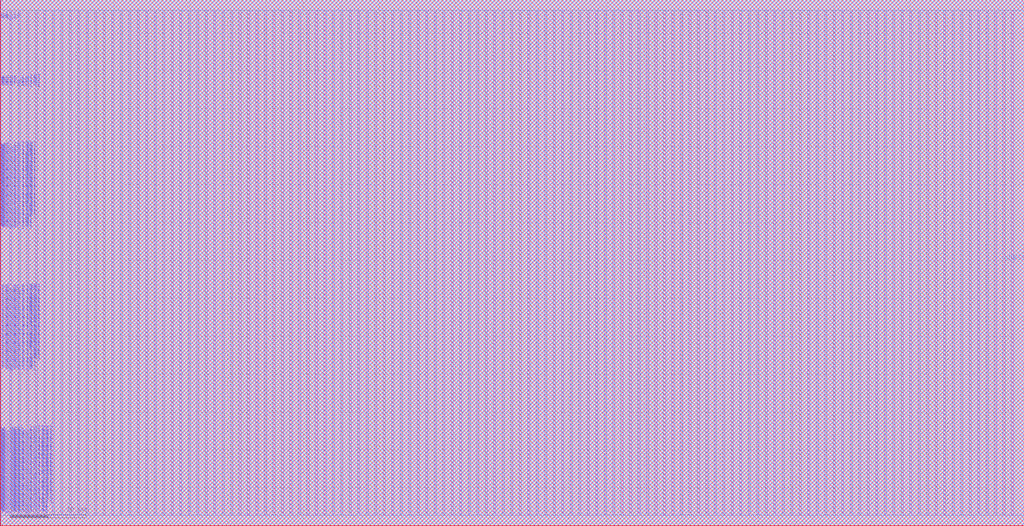
<source format=lef>
VERSION 5.7 ;
BUSBITCHARS "[]" ;
MACRO fakeram65_128x78
  FOREIGN fakeram65_128x78 0 0 ;
  SYMMETRY X Y R90 ;
  SIZE 135.100 BY 69.400 ;
  CLASS BLOCK ;
  PIN w_mask_in[0]
    DIRECTION INPUT ;
    USE SIGNAL ;
    SHAPE ABUTMENT ;
    PORT
      LAYER M3 ;
      RECT 0.000 1.365 0.070 1.435 ;
    END
  END w_mask_in[0]
  PIN w_mask_in[1]
    DIRECTION INPUT ;
    USE SIGNAL ;
    SHAPE ABUTMENT ;
    PORT
      LAYER M3 ;
      RECT 0.000 1.505 0.070 1.575 ;
    END
  END w_mask_in[1]
  PIN w_mask_in[2]
    DIRECTION INPUT ;
    USE SIGNAL ;
    SHAPE ABUTMENT ;
    PORT
      LAYER M3 ;
      RECT 0.000 1.645 0.070 1.715 ;
    END
  END w_mask_in[2]
  PIN w_mask_in[3]
    DIRECTION INPUT ;
    USE SIGNAL ;
    SHAPE ABUTMENT ;
    PORT
      LAYER M3 ;
      RECT 0.000 1.785 0.070 1.855 ;
    END
  END w_mask_in[3]
  PIN w_mask_in[4]
    DIRECTION INPUT ;
    USE SIGNAL ;
    SHAPE ABUTMENT ;
    PORT
      LAYER M3 ;
      RECT 0.000 1.925 0.070 1.995 ;
    END
  END w_mask_in[4]
  PIN w_mask_in[5]
    DIRECTION INPUT ;
    USE SIGNAL ;
    SHAPE ABUTMENT ;
    PORT
      LAYER M3 ;
      RECT 0.000 2.065 0.070 2.135 ;
    END
  END w_mask_in[5]
  PIN w_mask_in[6]
    DIRECTION INPUT ;
    USE SIGNAL ;
    SHAPE ABUTMENT ;
    PORT
      LAYER M3 ;
      RECT 0.000 2.205 0.070 2.275 ;
    END
  END w_mask_in[6]
  PIN w_mask_in[7]
    DIRECTION INPUT ;
    USE SIGNAL ;
    SHAPE ABUTMENT ;
    PORT
      LAYER M3 ;
      RECT 0.000 2.345 0.070 2.415 ;
    END
  END w_mask_in[7]
  PIN w_mask_in[8]
    DIRECTION INPUT ;
    USE SIGNAL ;
    SHAPE ABUTMENT ;
    PORT
      LAYER M3 ;
      RECT 0.000 2.485 0.070 2.555 ;
    END
  END w_mask_in[8]
  PIN w_mask_in[9]
    DIRECTION INPUT ;
    USE SIGNAL ;
    SHAPE ABUTMENT ;
    PORT
      LAYER M3 ;
      RECT 0.000 2.625 0.070 2.695 ;
    END
  END w_mask_in[9]
  PIN w_mask_in[10]
    DIRECTION INPUT ;
    USE SIGNAL ;
    SHAPE ABUTMENT ;
    PORT
      LAYER M3 ;
      RECT 0.000 2.765 0.070 2.835 ;
    END
  END w_mask_in[10]
  PIN w_mask_in[11]
    DIRECTION INPUT ;
    USE SIGNAL ;
    SHAPE ABUTMENT ;
    PORT
      LAYER M3 ;
      RECT 0.000 2.905 0.070 2.975 ;
    END
  END w_mask_in[11]
  PIN w_mask_in[12]
    DIRECTION INPUT ;
    USE SIGNAL ;
    SHAPE ABUTMENT ;
    PORT
      LAYER M3 ;
      RECT 0.000 3.045 0.070 3.115 ;
    END
  END w_mask_in[12]
  PIN w_mask_in[13]
    DIRECTION INPUT ;
    USE SIGNAL ;
    SHAPE ABUTMENT ;
    PORT
      LAYER M3 ;
      RECT 0.000 3.185 0.070 3.255 ;
    END
  END w_mask_in[13]
  PIN w_mask_in[14]
    DIRECTION INPUT ;
    USE SIGNAL ;
    SHAPE ABUTMENT ;
    PORT
      LAYER M3 ;
      RECT 0.000 3.325 0.070 3.395 ;
    END
  END w_mask_in[14]
  PIN w_mask_in[15]
    DIRECTION INPUT ;
    USE SIGNAL ;
    SHAPE ABUTMENT ;
    PORT
      LAYER M3 ;
      RECT 0.000 3.465 0.070 3.535 ;
    END
  END w_mask_in[15]
  PIN w_mask_in[16]
    DIRECTION INPUT ;
    USE SIGNAL ;
    SHAPE ABUTMENT ;
    PORT
      LAYER M3 ;
      RECT 0.000 3.605 0.070 3.675 ;
    END
  END w_mask_in[16]
  PIN w_mask_in[17]
    DIRECTION INPUT ;
    USE SIGNAL ;
    SHAPE ABUTMENT ;
    PORT
      LAYER M3 ;
      RECT 0.000 3.745 0.070 3.815 ;
    END
  END w_mask_in[17]
  PIN w_mask_in[18]
    DIRECTION INPUT ;
    USE SIGNAL ;
    SHAPE ABUTMENT ;
    PORT
      LAYER M3 ;
      RECT 0.000 3.885 0.070 3.955 ;
    END
  END w_mask_in[18]
  PIN w_mask_in[19]
    DIRECTION INPUT ;
    USE SIGNAL ;
    SHAPE ABUTMENT ;
    PORT
      LAYER M3 ;
      RECT 0.000 4.025 0.070 4.095 ;
    END
  END w_mask_in[19]
  PIN w_mask_in[20]
    DIRECTION INPUT ;
    USE SIGNAL ;
    SHAPE ABUTMENT ;
    PORT
      LAYER M3 ;
      RECT 0.000 4.165 0.070 4.235 ;
    END
  END w_mask_in[20]
  PIN w_mask_in[21]
    DIRECTION INPUT ;
    USE SIGNAL ;
    SHAPE ABUTMENT ;
    PORT
      LAYER M3 ;
      RECT 0.000 4.305 0.070 4.375 ;
    END
  END w_mask_in[21]
  PIN w_mask_in[22]
    DIRECTION INPUT ;
    USE SIGNAL ;
    SHAPE ABUTMENT ;
    PORT
      LAYER M3 ;
      RECT 0.000 4.445 0.070 4.515 ;
    END
  END w_mask_in[22]
  PIN w_mask_in[23]
    DIRECTION INPUT ;
    USE SIGNAL ;
    SHAPE ABUTMENT ;
    PORT
      LAYER M3 ;
      RECT 0.000 4.585 0.070 4.655 ;
    END
  END w_mask_in[23]
  PIN w_mask_in[24]
    DIRECTION INPUT ;
    USE SIGNAL ;
    SHAPE ABUTMENT ;
    PORT
      LAYER M3 ;
      RECT 0.000 4.725 0.070 4.795 ;
    END
  END w_mask_in[24]
  PIN w_mask_in[25]
    DIRECTION INPUT ;
    USE SIGNAL ;
    SHAPE ABUTMENT ;
    PORT
      LAYER M3 ;
      RECT 0.000 4.865 0.070 4.935 ;
    END
  END w_mask_in[25]
  PIN w_mask_in[26]
    DIRECTION INPUT ;
    USE SIGNAL ;
    SHAPE ABUTMENT ;
    PORT
      LAYER M3 ;
      RECT 0.000 5.005 0.070 5.075 ;
    END
  END w_mask_in[26]
  PIN w_mask_in[27]
    DIRECTION INPUT ;
    USE SIGNAL ;
    SHAPE ABUTMENT ;
    PORT
      LAYER M3 ;
      RECT 0.000 5.145 0.070 5.215 ;
    END
  END w_mask_in[27]
  PIN w_mask_in[28]
    DIRECTION INPUT ;
    USE SIGNAL ;
    SHAPE ABUTMENT ;
    PORT
      LAYER M3 ;
      RECT 0.000 5.285 0.070 5.355 ;
    END
  END w_mask_in[28]
  PIN w_mask_in[29]
    DIRECTION INPUT ;
    USE SIGNAL ;
    SHAPE ABUTMENT ;
    PORT
      LAYER M3 ;
      RECT 0.000 5.425 0.070 5.495 ;
    END
  END w_mask_in[29]
  PIN w_mask_in[30]
    DIRECTION INPUT ;
    USE SIGNAL ;
    SHAPE ABUTMENT ;
    PORT
      LAYER M3 ;
      RECT 0.000 5.565 0.070 5.635 ;
    END
  END w_mask_in[30]
  PIN w_mask_in[31]
    DIRECTION INPUT ;
    USE SIGNAL ;
    SHAPE ABUTMENT ;
    PORT
      LAYER M3 ;
      RECT 0.000 5.705 0.070 5.775 ;
    END
  END w_mask_in[31]
  PIN w_mask_in[32]
    DIRECTION INPUT ;
    USE SIGNAL ;
    SHAPE ABUTMENT ;
    PORT
      LAYER M3 ;
      RECT 0.000 5.845 0.070 5.915 ;
    END
  END w_mask_in[32]
  PIN w_mask_in[33]
    DIRECTION INPUT ;
    USE SIGNAL ;
    SHAPE ABUTMENT ;
    PORT
      LAYER M3 ;
      RECT 0.000 5.985 0.070 6.055 ;
    END
  END w_mask_in[33]
  PIN w_mask_in[34]
    DIRECTION INPUT ;
    USE SIGNAL ;
    SHAPE ABUTMENT ;
    PORT
      LAYER M3 ;
      RECT 0.000 6.125 0.070 6.195 ;
    END
  END w_mask_in[34]
  PIN w_mask_in[35]
    DIRECTION INPUT ;
    USE SIGNAL ;
    SHAPE ABUTMENT ;
    PORT
      LAYER M3 ;
      RECT 0.000 6.265 0.070 6.335 ;
    END
  END w_mask_in[35]
  PIN w_mask_in[36]
    DIRECTION INPUT ;
    USE SIGNAL ;
    SHAPE ABUTMENT ;
    PORT
      LAYER M3 ;
      RECT 0.000 6.405 0.070 6.475 ;
    END
  END w_mask_in[36]
  PIN w_mask_in[37]
    DIRECTION INPUT ;
    USE SIGNAL ;
    SHAPE ABUTMENT ;
    PORT
      LAYER M3 ;
      RECT 0.000 6.545 0.070 6.615 ;
    END
  END w_mask_in[37]
  PIN w_mask_in[38]
    DIRECTION INPUT ;
    USE SIGNAL ;
    SHAPE ABUTMENT ;
    PORT
      LAYER M3 ;
      RECT 0.000 6.685 0.070 6.755 ;
    END
  END w_mask_in[38]
  PIN w_mask_in[39]
    DIRECTION INPUT ;
    USE SIGNAL ;
    SHAPE ABUTMENT ;
    PORT
      LAYER M3 ;
      RECT 0.000 6.825 0.070 6.895 ;
    END
  END w_mask_in[39]
  PIN w_mask_in[40]
    DIRECTION INPUT ;
    USE SIGNAL ;
    SHAPE ABUTMENT ;
    PORT
      LAYER M3 ;
      RECT 0.000 6.965 0.070 7.035 ;
    END
  END w_mask_in[40]
  PIN w_mask_in[41]
    DIRECTION INPUT ;
    USE SIGNAL ;
    SHAPE ABUTMENT ;
    PORT
      LAYER M3 ;
      RECT 0.000 7.105 0.070 7.175 ;
    END
  END w_mask_in[41]
  PIN w_mask_in[42]
    DIRECTION INPUT ;
    USE SIGNAL ;
    SHAPE ABUTMENT ;
    PORT
      LAYER M3 ;
      RECT 0.000 7.245 0.070 7.315 ;
    END
  END w_mask_in[42]
  PIN w_mask_in[43]
    DIRECTION INPUT ;
    USE SIGNAL ;
    SHAPE ABUTMENT ;
    PORT
      LAYER M3 ;
      RECT 0.000 7.385 0.070 7.455 ;
    END
  END w_mask_in[43]
  PIN w_mask_in[44]
    DIRECTION INPUT ;
    USE SIGNAL ;
    SHAPE ABUTMENT ;
    PORT
      LAYER M3 ;
      RECT 0.000 7.525 0.070 7.595 ;
    END
  END w_mask_in[44]
  PIN w_mask_in[45]
    DIRECTION INPUT ;
    USE SIGNAL ;
    SHAPE ABUTMENT ;
    PORT
      LAYER M3 ;
      RECT 0.000 7.665 0.070 7.735 ;
    END
  END w_mask_in[45]
  PIN w_mask_in[46]
    DIRECTION INPUT ;
    USE SIGNAL ;
    SHAPE ABUTMENT ;
    PORT
      LAYER M3 ;
      RECT 0.000 7.805 0.070 7.875 ;
    END
  END w_mask_in[46]
  PIN w_mask_in[47]
    DIRECTION INPUT ;
    USE SIGNAL ;
    SHAPE ABUTMENT ;
    PORT
      LAYER M3 ;
      RECT 0.000 7.945 0.070 8.015 ;
    END
  END w_mask_in[47]
  PIN w_mask_in[48]
    DIRECTION INPUT ;
    USE SIGNAL ;
    SHAPE ABUTMENT ;
    PORT
      LAYER M3 ;
      RECT 0.000 8.085 0.070 8.155 ;
    END
  END w_mask_in[48]
  PIN w_mask_in[49]
    DIRECTION INPUT ;
    USE SIGNAL ;
    SHAPE ABUTMENT ;
    PORT
      LAYER M3 ;
      RECT 0.000 8.225 0.070 8.295 ;
    END
  END w_mask_in[49]
  PIN w_mask_in[50]
    DIRECTION INPUT ;
    USE SIGNAL ;
    SHAPE ABUTMENT ;
    PORT
      LAYER M3 ;
      RECT 0.000 8.365 0.070 8.435 ;
    END
  END w_mask_in[50]
  PIN w_mask_in[51]
    DIRECTION INPUT ;
    USE SIGNAL ;
    SHAPE ABUTMENT ;
    PORT
      LAYER M3 ;
      RECT 0.000 8.505 0.070 8.575 ;
    END
  END w_mask_in[51]
  PIN w_mask_in[52]
    DIRECTION INPUT ;
    USE SIGNAL ;
    SHAPE ABUTMENT ;
    PORT
      LAYER M3 ;
      RECT 0.000 8.645 0.070 8.715 ;
    END
  END w_mask_in[52]
  PIN w_mask_in[53]
    DIRECTION INPUT ;
    USE SIGNAL ;
    SHAPE ABUTMENT ;
    PORT
      LAYER M3 ;
      RECT 0.000 8.785 0.070 8.855 ;
    END
  END w_mask_in[53]
  PIN w_mask_in[54]
    DIRECTION INPUT ;
    USE SIGNAL ;
    SHAPE ABUTMENT ;
    PORT
      LAYER M3 ;
      RECT 0.000 8.925 0.070 8.995 ;
    END
  END w_mask_in[54]
  PIN w_mask_in[55]
    DIRECTION INPUT ;
    USE SIGNAL ;
    SHAPE ABUTMENT ;
    PORT
      LAYER M3 ;
      RECT 0.000 9.065 0.070 9.135 ;
    END
  END w_mask_in[55]
  PIN w_mask_in[56]
    DIRECTION INPUT ;
    USE SIGNAL ;
    SHAPE ABUTMENT ;
    PORT
      LAYER M3 ;
      RECT 0.000 9.205 0.070 9.275 ;
    END
  END w_mask_in[56]
  PIN w_mask_in[57]
    DIRECTION INPUT ;
    USE SIGNAL ;
    SHAPE ABUTMENT ;
    PORT
      LAYER M3 ;
      RECT 0.000 9.345 0.070 9.415 ;
    END
  END w_mask_in[57]
  PIN w_mask_in[58]
    DIRECTION INPUT ;
    USE SIGNAL ;
    SHAPE ABUTMENT ;
    PORT
      LAYER M3 ;
      RECT 0.000 9.485 0.070 9.555 ;
    END
  END w_mask_in[58]
  PIN w_mask_in[59]
    DIRECTION INPUT ;
    USE SIGNAL ;
    SHAPE ABUTMENT ;
    PORT
      LAYER M3 ;
      RECT 0.000 9.625 0.070 9.695 ;
    END
  END w_mask_in[59]
  PIN w_mask_in[60]
    DIRECTION INPUT ;
    USE SIGNAL ;
    SHAPE ABUTMENT ;
    PORT
      LAYER M3 ;
      RECT 0.000 9.765 0.070 9.835 ;
    END
  END w_mask_in[60]
  PIN w_mask_in[61]
    DIRECTION INPUT ;
    USE SIGNAL ;
    SHAPE ABUTMENT ;
    PORT
      LAYER M3 ;
      RECT 0.000 9.905 0.070 9.975 ;
    END
  END w_mask_in[61]
  PIN w_mask_in[62]
    DIRECTION INPUT ;
    USE SIGNAL ;
    SHAPE ABUTMENT ;
    PORT
      LAYER M3 ;
      RECT 0.000 10.045 0.070 10.115 ;
    END
  END w_mask_in[62]
  PIN w_mask_in[63]
    DIRECTION INPUT ;
    USE SIGNAL ;
    SHAPE ABUTMENT ;
    PORT
      LAYER M3 ;
      RECT 0.000 10.185 0.070 10.255 ;
    END
  END w_mask_in[63]
  PIN w_mask_in[64]
    DIRECTION INPUT ;
    USE SIGNAL ;
    SHAPE ABUTMENT ;
    PORT
      LAYER M3 ;
      RECT 0.000 10.325 0.070 10.395 ;
    END
  END w_mask_in[64]
  PIN w_mask_in[65]
    DIRECTION INPUT ;
    USE SIGNAL ;
    SHAPE ABUTMENT ;
    PORT
      LAYER M3 ;
      RECT 0.000 10.465 0.070 10.535 ;
    END
  END w_mask_in[65]
  PIN w_mask_in[66]
    DIRECTION INPUT ;
    USE SIGNAL ;
    SHAPE ABUTMENT ;
    PORT
      LAYER M3 ;
      RECT 0.000 10.605 0.070 10.675 ;
    END
  END w_mask_in[66]
  PIN w_mask_in[67]
    DIRECTION INPUT ;
    USE SIGNAL ;
    SHAPE ABUTMENT ;
    PORT
      LAYER M3 ;
      RECT 0.000 10.745 0.070 10.815 ;
    END
  END w_mask_in[67]
  PIN w_mask_in[68]
    DIRECTION INPUT ;
    USE SIGNAL ;
    SHAPE ABUTMENT ;
    PORT
      LAYER M3 ;
      RECT 0.000 10.885 0.070 10.955 ;
    END
  END w_mask_in[68]
  PIN w_mask_in[69]
    DIRECTION INPUT ;
    USE SIGNAL ;
    SHAPE ABUTMENT ;
    PORT
      LAYER M3 ;
      RECT 0.000 11.025 0.070 11.095 ;
    END
  END w_mask_in[69]
  PIN w_mask_in[70]
    DIRECTION INPUT ;
    USE SIGNAL ;
    SHAPE ABUTMENT ;
    PORT
      LAYER M3 ;
      RECT 0.000 11.165 0.070 11.235 ;
    END
  END w_mask_in[70]
  PIN w_mask_in[71]
    DIRECTION INPUT ;
    USE SIGNAL ;
    SHAPE ABUTMENT ;
    PORT
      LAYER M3 ;
      RECT 0.000 11.305 0.070 11.375 ;
    END
  END w_mask_in[71]
  PIN w_mask_in[72]
    DIRECTION INPUT ;
    USE SIGNAL ;
    SHAPE ABUTMENT ;
    PORT
      LAYER M3 ;
      RECT 0.000 11.445 0.070 11.515 ;
    END
  END w_mask_in[72]
  PIN w_mask_in[73]
    DIRECTION INPUT ;
    USE SIGNAL ;
    SHAPE ABUTMENT ;
    PORT
      LAYER M3 ;
      RECT 0.000 11.585 0.070 11.655 ;
    END
  END w_mask_in[73]
  PIN w_mask_in[74]
    DIRECTION INPUT ;
    USE SIGNAL ;
    SHAPE ABUTMENT ;
    PORT
      LAYER M3 ;
      RECT 0.000 11.725 0.070 11.795 ;
    END
  END w_mask_in[74]
  PIN w_mask_in[75]
    DIRECTION INPUT ;
    USE SIGNAL ;
    SHAPE ABUTMENT ;
    PORT
      LAYER M3 ;
      RECT 0.000 11.865 0.070 11.935 ;
    END
  END w_mask_in[75]
  PIN w_mask_in[76]
    DIRECTION INPUT ;
    USE SIGNAL ;
    SHAPE ABUTMENT ;
    PORT
      LAYER M3 ;
      RECT 0.000 12.005 0.070 12.075 ;
    END
  END w_mask_in[76]
  PIN w_mask_in[77]
    DIRECTION INPUT ;
    USE SIGNAL ;
    SHAPE ABUTMENT ;
    PORT
      LAYER M3 ;
      RECT 0.000 12.145 0.070 12.215 ;
    END
  END w_mask_in[77]
  PIN rd_out[0]
    DIRECTION OUTPUT ;
    USE SIGNAL ;
    SHAPE ABUTMENT ;
    PORT
      LAYER M3 ;
      RECT 0.000 20.125 0.070 20.195 ;
    END
  END rd_out[0]
  PIN rd_out[1]
    DIRECTION OUTPUT ;
    USE SIGNAL ;
    SHAPE ABUTMENT ;
    PORT
      LAYER M3 ;
      RECT 0.000 20.265 0.070 20.335 ;
    END
  END rd_out[1]
  PIN rd_out[2]
    DIRECTION OUTPUT ;
    USE SIGNAL ;
    SHAPE ABUTMENT ;
    PORT
      LAYER M3 ;
      RECT 0.000 20.405 0.070 20.475 ;
    END
  END rd_out[2]
  PIN rd_out[3]
    DIRECTION OUTPUT ;
    USE SIGNAL ;
    SHAPE ABUTMENT ;
    PORT
      LAYER M3 ;
      RECT 0.000 20.545 0.070 20.615 ;
    END
  END rd_out[3]
  PIN rd_out[4]
    DIRECTION OUTPUT ;
    USE SIGNAL ;
    SHAPE ABUTMENT ;
    PORT
      LAYER M3 ;
      RECT 0.000 20.685 0.070 20.755 ;
    END
  END rd_out[4]
  PIN rd_out[5]
    DIRECTION OUTPUT ;
    USE SIGNAL ;
    SHAPE ABUTMENT ;
    PORT
      LAYER M3 ;
      RECT 0.000 20.825 0.070 20.895 ;
    END
  END rd_out[5]
  PIN rd_out[6]
    DIRECTION OUTPUT ;
    USE SIGNAL ;
    SHAPE ABUTMENT ;
    PORT
      LAYER M3 ;
      RECT 0.000 20.965 0.070 21.035 ;
    END
  END rd_out[6]
  PIN rd_out[7]
    DIRECTION OUTPUT ;
    USE SIGNAL ;
    SHAPE ABUTMENT ;
    PORT
      LAYER M3 ;
      RECT 0.000 21.105 0.070 21.175 ;
    END
  END rd_out[7]
  PIN rd_out[8]
    DIRECTION OUTPUT ;
    USE SIGNAL ;
    SHAPE ABUTMENT ;
    PORT
      LAYER M3 ;
      RECT 0.000 21.245 0.070 21.315 ;
    END
  END rd_out[8]
  PIN rd_out[9]
    DIRECTION OUTPUT ;
    USE SIGNAL ;
    SHAPE ABUTMENT ;
    PORT
      LAYER M3 ;
      RECT 0.000 21.385 0.070 21.455 ;
    END
  END rd_out[9]
  PIN rd_out[10]
    DIRECTION OUTPUT ;
    USE SIGNAL ;
    SHAPE ABUTMENT ;
    PORT
      LAYER M3 ;
      RECT 0.000 21.525 0.070 21.595 ;
    END
  END rd_out[10]
  PIN rd_out[11]
    DIRECTION OUTPUT ;
    USE SIGNAL ;
    SHAPE ABUTMENT ;
    PORT
      LAYER M3 ;
      RECT 0.000 21.665 0.070 21.735 ;
    END
  END rd_out[11]
  PIN rd_out[12]
    DIRECTION OUTPUT ;
    USE SIGNAL ;
    SHAPE ABUTMENT ;
    PORT
      LAYER M3 ;
      RECT 0.000 21.805 0.070 21.875 ;
    END
  END rd_out[12]
  PIN rd_out[13]
    DIRECTION OUTPUT ;
    USE SIGNAL ;
    SHAPE ABUTMENT ;
    PORT
      LAYER M3 ;
      RECT 0.000 21.945 0.070 22.015 ;
    END
  END rd_out[13]
  PIN rd_out[14]
    DIRECTION OUTPUT ;
    USE SIGNAL ;
    SHAPE ABUTMENT ;
    PORT
      LAYER M3 ;
      RECT 0.000 22.085 0.070 22.155 ;
    END
  END rd_out[14]
  PIN rd_out[15]
    DIRECTION OUTPUT ;
    USE SIGNAL ;
    SHAPE ABUTMENT ;
    PORT
      LAYER M3 ;
      RECT 0.000 22.225 0.070 22.295 ;
    END
  END rd_out[15]
  PIN rd_out[16]
    DIRECTION OUTPUT ;
    USE SIGNAL ;
    SHAPE ABUTMENT ;
    PORT
      LAYER M3 ;
      RECT 0.000 22.365 0.070 22.435 ;
    END
  END rd_out[16]
  PIN rd_out[17]
    DIRECTION OUTPUT ;
    USE SIGNAL ;
    SHAPE ABUTMENT ;
    PORT
      LAYER M3 ;
      RECT 0.000 22.505 0.070 22.575 ;
    END
  END rd_out[17]
  PIN rd_out[18]
    DIRECTION OUTPUT ;
    USE SIGNAL ;
    SHAPE ABUTMENT ;
    PORT
      LAYER M3 ;
      RECT 0.000 22.645 0.070 22.715 ;
    END
  END rd_out[18]
  PIN rd_out[19]
    DIRECTION OUTPUT ;
    USE SIGNAL ;
    SHAPE ABUTMENT ;
    PORT
      LAYER M3 ;
      RECT 0.000 22.785 0.070 22.855 ;
    END
  END rd_out[19]
  PIN rd_out[20]
    DIRECTION OUTPUT ;
    USE SIGNAL ;
    SHAPE ABUTMENT ;
    PORT
      LAYER M3 ;
      RECT 0.000 22.925 0.070 22.995 ;
    END
  END rd_out[20]
  PIN rd_out[21]
    DIRECTION OUTPUT ;
    USE SIGNAL ;
    SHAPE ABUTMENT ;
    PORT
      LAYER M3 ;
      RECT 0.000 23.065 0.070 23.135 ;
    END
  END rd_out[21]
  PIN rd_out[22]
    DIRECTION OUTPUT ;
    USE SIGNAL ;
    SHAPE ABUTMENT ;
    PORT
      LAYER M3 ;
      RECT 0.000 23.205 0.070 23.275 ;
    END
  END rd_out[22]
  PIN rd_out[23]
    DIRECTION OUTPUT ;
    USE SIGNAL ;
    SHAPE ABUTMENT ;
    PORT
      LAYER M3 ;
      RECT 0.000 23.345 0.070 23.415 ;
    END
  END rd_out[23]
  PIN rd_out[24]
    DIRECTION OUTPUT ;
    USE SIGNAL ;
    SHAPE ABUTMENT ;
    PORT
      LAYER M3 ;
      RECT 0.000 23.485 0.070 23.555 ;
    END
  END rd_out[24]
  PIN rd_out[25]
    DIRECTION OUTPUT ;
    USE SIGNAL ;
    SHAPE ABUTMENT ;
    PORT
      LAYER M3 ;
      RECT 0.000 23.625 0.070 23.695 ;
    END
  END rd_out[25]
  PIN rd_out[26]
    DIRECTION OUTPUT ;
    USE SIGNAL ;
    SHAPE ABUTMENT ;
    PORT
      LAYER M3 ;
      RECT 0.000 23.765 0.070 23.835 ;
    END
  END rd_out[26]
  PIN rd_out[27]
    DIRECTION OUTPUT ;
    USE SIGNAL ;
    SHAPE ABUTMENT ;
    PORT
      LAYER M3 ;
      RECT 0.000 23.905 0.070 23.975 ;
    END
  END rd_out[27]
  PIN rd_out[28]
    DIRECTION OUTPUT ;
    USE SIGNAL ;
    SHAPE ABUTMENT ;
    PORT
      LAYER M3 ;
      RECT 0.000 24.045 0.070 24.115 ;
    END
  END rd_out[28]
  PIN rd_out[29]
    DIRECTION OUTPUT ;
    USE SIGNAL ;
    SHAPE ABUTMENT ;
    PORT
      LAYER M3 ;
      RECT 0.000 24.185 0.070 24.255 ;
    END
  END rd_out[29]
  PIN rd_out[30]
    DIRECTION OUTPUT ;
    USE SIGNAL ;
    SHAPE ABUTMENT ;
    PORT
      LAYER M3 ;
      RECT 0.000 24.325 0.070 24.395 ;
    END
  END rd_out[30]
  PIN rd_out[31]
    DIRECTION OUTPUT ;
    USE SIGNAL ;
    SHAPE ABUTMENT ;
    PORT
      LAYER M3 ;
      RECT 0.000 24.465 0.070 24.535 ;
    END
  END rd_out[31]
  PIN rd_out[32]
    DIRECTION OUTPUT ;
    USE SIGNAL ;
    SHAPE ABUTMENT ;
    PORT
      LAYER M3 ;
      RECT 0.000 24.605 0.070 24.675 ;
    END
  END rd_out[32]
  PIN rd_out[33]
    DIRECTION OUTPUT ;
    USE SIGNAL ;
    SHAPE ABUTMENT ;
    PORT
      LAYER M3 ;
      RECT 0.000 24.745 0.070 24.815 ;
    END
  END rd_out[33]
  PIN rd_out[34]
    DIRECTION OUTPUT ;
    USE SIGNAL ;
    SHAPE ABUTMENT ;
    PORT
      LAYER M3 ;
      RECT 0.000 24.885 0.070 24.955 ;
    END
  END rd_out[34]
  PIN rd_out[35]
    DIRECTION OUTPUT ;
    USE SIGNAL ;
    SHAPE ABUTMENT ;
    PORT
      LAYER M3 ;
      RECT 0.000 25.025 0.070 25.095 ;
    END
  END rd_out[35]
  PIN rd_out[36]
    DIRECTION OUTPUT ;
    USE SIGNAL ;
    SHAPE ABUTMENT ;
    PORT
      LAYER M3 ;
      RECT 0.000 25.165 0.070 25.235 ;
    END
  END rd_out[36]
  PIN rd_out[37]
    DIRECTION OUTPUT ;
    USE SIGNAL ;
    SHAPE ABUTMENT ;
    PORT
      LAYER M3 ;
      RECT 0.000 25.305 0.070 25.375 ;
    END
  END rd_out[37]
  PIN rd_out[38]
    DIRECTION OUTPUT ;
    USE SIGNAL ;
    SHAPE ABUTMENT ;
    PORT
      LAYER M3 ;
      RECT 0.000 25.445 0.070 25.515 ;
    END
  END rd_out[38]
  PIN rd_out[39]
    DIRECTION OUTPUT ;
    USE SIGNAL ;
    SHAPE ABUTMENT ;
    PORT
      LAYER M3 ;
      RECT 0.000 25.585 0.070 25.655 ;
    END
  END rd_out[39]
  PIN rd_out[40]
    DIRECTION OUTPUT ;
    USE SIGNAL ;
    SHAPE ABUTMENT ;
    PORT
      LAYER M3 ;
      RECT 0.000 25.725 0.070 25.795 ;
    END
  END rd_out[40]
  PIN rd_out[41]
    DIRECTION OUTPUT ;
    USE SIGNAL ;
    SHAPE ABUTMENT ;
    PORT
      LAYER M3 ;
      RECT 0.000 25.865 0.070 25.935 ;
    END
  END rd_out[41]
  PIN rd_out[42]
    DIRECTION OUTPUT ;
    USE SIGNAL ;
    SHAPE ABUTMENT ;
    PORT
      LAYER M3 ;
      RECT 0.000 26.005 0.070 26.075 ;
    END
  END rd_out[42]
  PIN rd_out[43]
    DIRECTION OUTPUT ;
    USE SIGNAL ;
    SHAPE ABUTMENT ;
    PORT
      LAYER M3 ;
      RECT 0.000 26.145 0.070 26.215 ;
    END
  END rd_out[43]
  PIN rd_out[44]
    DIRECTION OUTPUT ;
    USE SIGNAL ;
    SHAPE ABUTMENT ;
    PORT
      LAYER M3 ;
      RECT 0.000 26.285 0.070 26.355 ;
    END
  END rd_out[44]
  PIN rd_out[45]
    DIRECTION OUTPUT ;
    USE SIGNAL ;
    SHAPE ABUTMENT ;
    PORT
      LAYER M3 ;
      RECT 0.000 26.425 0.070 26.495 ;
    END
  END rd_out[45]
  PIN rd_out[46]
    DIRECTION OUTPUT ;
    USE SIGNAL ;
    SHAPE ABUTMENT ;
    PORT
      LAYER M3 ;
      RECT 0.000 26.565 0.070 26.635 ;
    END
  END rd_out[46]
  PIN rd_out[47]
    DIRECTION OUTPUT ;
    USE SIGNAL ;
    SHAPE ABUTMENT ;
    PORT
      LAYER M3 ;
      RECT 0.000 26.705 0.070 26.775 ;
    END
  END rd_out[47]
  PIN rd_out[48]
    DIRECTION OUTPUT ;
    USE SIGNAL ;
    SHAPE ABUTMENT ;
    PORT
      LAYER M3 ;
      RECT 0.000 26.845 0.070 26.915 ;
    END
  END rd_out[48]
  PIN rd_out[49]
    DIRECTION OUTPUT ;
    USE SIGNAL ;
    SHAPE ABUTMENT ;
    PORT
      LAYER M3 ;
      RECT 0.000 26.985 0.070 27.055 ;
    END
  END rd_out[49]
  PIN rd_out[50]
    DIRECTION OUTPUT ;
    USE SIGNAL ;
    SHAPE ABUTMENT ;
    PORT
      LAYER M3 ;
      RECT 0.000 27.125 0.070 27.195 ;
    END
  END rd_out[50]
  PIN rd_out[51]
    DIRECTION OUTPUT ;
    USE SIGNAL ;
    SHAPE ABUTMENT ;
    PORT
      LAYER M3 ;
      RECT 0.000 27.265 0.070 27.335 ;
    END
  END rd_out[51]
  PIN rd_out[52]
    DIRECTION OUTPUT ;
    USE SIGNAL ;
    SHAPE ABUTMENT ;
    PORT
      LAYER M3 ;
      RECT 0.000 27.405 0.070 27.475 ;
    END
  END rd_out[52]
  PIN rd_out[53]
    DIRECTION OUTPUT ;
    USE SIGNAL ;
    SHAPE ABUTMENT ;
    PORT
      LAYER M3 ;
      RECT 0.000 27.545 0.070 27.615 ;
    END
  END rd_out[53]
  PIN rd_out[54]
    DIRECTION OUTPUT ;
    USE SIGNAL ;
    SHAPE ABUTMENT ;
    PORT
      LAYER M3 ;
      RECT 0.000 27.685 0.070 27.755 ;
    END
  END rd_out[54]
  PIN rd_out[55]
    DIRECTION OUTPUT ;
    USE SIGNAL ;
    SHAPE ABUTMENT ;
    PORT
      LAYER M3 ;
      RECT 0.000 27.825 0.070 27.895 ;
    END
  END rd_out[55]
  PIN rd_out[56]
    DIRECTION OUTPUT ;
    USE SIGNAL ;
    SHAPE ABUTMENT ;
    PORT
      LAYER M3 ;
      RECT 0.000 27.965 0.070 28.035 ;
    END
  END rd_out[56]
  PIN rd_out[57]
    DIRECTION OUTPUT ;
    USE SIGNAL ;
    SHAPE ABUTMENT ;
    PORT
      LAYER M3 ;
      RECT 0.000 28.105 0.070 28.175 ;
    END
  END rd_out[57]
  PIN rd_out[58]
    DIRECTION OUTPUT ;
    USE SIGNAL ;
    SHAPE ABUTMENT ;
    PORT
      LAYER M3 ;
      RECT 0.000 28.245 0.070 28.315 ;
    END
  END rd_out[58]
  PIN rd_out[59]
    DIRECTION OUTPUT ;
    USE SIGNAL ;
    SHAPE ABUTMENT ;
    PORT
      LAYER M3 ;
      RECT 0.000 28.385 0.070 28.455 ;
    END
  END rd_out[59]
  PIN rd_out[60]
    DIRECTION OUTPUT ;
    USE SIGNAL ;
    SHAPE ABUTMENT ;
    PORT
      LAYER M3 ;
      RECT 0.000 28.525 0.070 28.595 ;
    END
  END rd_out[60]
  PIN rd_out[61]
    DIRECTION OUTPUT ;
    USE SIGNAL ;
    SHAPE ABUTMENT ;
    PORT
      LAYER M3 ;
      RECT 0.000 28.665 0.070 28.735 ;
    END
  END rd_out[61]
  PIN rd_out[62]
    DIRECTION OUTPUT ;
    USE SIGNAL ;
    SHAPE ABUTMENT ;
    PORT
      LAYER M3 ;
      RECT 0.000 28.805 0.070 28.875 ;
    END
  END rd_out[62]
  PIN rd_out[63]
    DIRECTION OUTPUT ;
    USE SIGNAL ;
    SHAPE ABUTMENT ;
    PORT
      LAYER M3 ;
      RECT 0.000 28.945 0.070 29.015 ;
    END
  END rd_out[63]
  PIN rd_out[64]
    DIRECTION OUTPUT ;
    USE SIGNAL ;
    SHAPE ABUTMENT ;
    PORT
      LAYER M3 ;
      RECT 0.000 29.085 0.070 29.155 ;
    END
  END rd_out[64]
  PIN rd_out[65]
    DIRECTION OUTPUT ;
    USE SIGNAL ;
    SHAPE ABUTMENT ;
    PORT
      LAYER M3 ;
      RECT 0.000 29.225 0.070 29.295 ;
    END
  END rd_out[65]
  PIN rd_out[66]
    DIRECTION OUTPUT ;
    USE SIGNAL ;
    SHAPE ABUTMENT ;
    PORT
      LAYER M3 ;
      RECT 0.000 29.365 0.070 29.435 ;
    END
  END rd_out[66]
  PIN rd_out[67]
    DIRECTION OUTPUT ;
    USE SIGNAL ;
    SHAPE ABUTMENT ;
    PORT
      LAYER M3 ;
      RECT 0.000 29.505 0.070 29.575 ;
    END
  END rd_out[67]
  PIN rd_out[68]
    DIRECTION OUTPUT ;
    USE SIGNAL ;
    SHAPE ABUTMENT ;
    PORT
      LAYER M3 ;
      RECT 0.000 29.645 0.070 29.715 ;
    END
  END rd_out[68]
  PIN rd_out[69]
    DIRECTION OUTPUT ;
    USE SIGNAL ;
    SHAPE ABUTMENT ;
    PORT
      LAYER M3 ;
      RECT 0.000 29.785 0.070 29.855 ;
    END
  END rd_out[69]
  PIN rd_out[70]
    DIRECTION OUTPUT ;
    USE SIGNAL ;
    SHAPE ABUTMENT ;
    PORT
      LAYER M3 ;
      RECT 0.000 29.925 0.070 29.995 ;
    END
  END rd_out[70]
  PIN rd_out[71]
    DIRECTION OUTPUT ;
    USE SIGNAL ;
    SHAPE ABUTMENT ;
    PORT
      LAYER M3 ;
      RECT 0.000 30.065 0.070 30.135 ;
    END
  END rd_out[71]
  PIN rd_out[72]
    DIRECTION OUTPUT ;
    USE SIGNAL ;
    SHAPE ABUTMENT ;
    PORT
      LAYER M3 ;
      RECT 0.000 30.205 0.070 30.275 ;
    END
  END rd_out[72]
  PIN rd_out[73]
    DIRECTION OUTPUT ;
    USE SIGNAL ;
    SHAPE ABUTMENT ;
    PORT
      LAYER M3 ;
      RECT 0.000 30.345 0.070 30.415 ;
    END
  END rd_out[73]
  PIN rd_out[74]
    DIRECTION OUTPUT ;
    USE SIGNAL ;
    SHAPE ABUTMENT ;
    PORT
      LAYER M3 ;
      RECT 0.000 30.485 0.070 30.555 ;
    END
  END rd_out[74]
  PIN rd_out[75]
    DIRECTION OUTPUT ;
    USE SIGNAL ;
    SHAPE ABUTMENT ;
    PORT
      LAYER M3 ;
      RECT 0.000 30.625 0.070 30.695 ;
    END
  END rd_out[75]
  PIN rd_out[76]
    DIRECTION OUTPUT ;
    USE SIGNAL ;
    SHAPE ABUTMENT ;
    PORT
      LAYER M3 ;
      RECT 0.000 30.765 0.070 30.835 ;
    END
  END rd_out[76]
  PIN rd_out[77]
    DIRECTION OUTPUT ;
    USE SIGNAL ;
    SHAPE ABUTMENT ;
    PORT
      LAYER M3 ;
      RECT 0.000 30.905 0.070 30.975 ;
    END
  END rd_out[77]
  PIN wd_in[0]
    DIRECTION INPUT ;
    USE SIGNAL ;
    SHAPE ABUTMENT ;
    PORT
      LAYER M3 ;
      RECT 0.000 38.885 0.070 38.955 ;
    END
  END wd_in[0]
  PIN wd_in[1]
    DIRECTION INPUT ;
    USE SIGNAL ;
    SHAPE ABUTMENT ;
    PORT
      LAYER M3 ;
      RECT 0.000 39.025 0.070 39.095 ;
    END
  END wd_in[1]
  PIN wd_in[2]
    DIRECTION INPUT ;
    USE SIGNAL ;
    SHAPE ABUTMENT ;
    PORT
      LAYER M3 ;
      RECT 0.000 39.165 0.070 39.235 ;
    END
  END wd_in[2]
  PIN wd_in[3]
    DIRECTION INPUT ;
    USE SIGNAL ;
    SHAPE ABUTMENT ;
    PORT
      LAYER M3 ;
      RECT 0.000 39.305 0.070 39.375 ;
    END
  END wd_in[3]
  PIN wd_in[4]
    DIRECTION INPUT ;
    USE SIGNAL ;
    SHAPE ABUTMENT ;
    PORT
      LAYER M3 ;
      RECT 0.000 39.445 0.070 39.515 ;
    END
  END wd_in[4]
  PIN wd_in[5]
    DIRECTION INPUT ;
    USE SIGNAL ;
    SHAPE ABUTMENT ;
    PORT
      LAYER M3 ;
      RECT 0.000 39.585 0.070 39.655 ;
    END
  END wd_in[5]
  PIN wd_in[6]
    DIRECTION INPUT ;
    USE SIGNAL ;
    SHAPE ABUTMENT ;
    PORT
      LAYER M3 ;
      RECT 0.000 39.725 0.070 39.795 ;
    END
  END wd_in[6]
  PIN wd_in[7]
    DIRECTION INPUT ;
    USE SIGNAL ;
    SHAPE ABUTMENT ;
    PORT
      LAYER M3 ;
      RECT 0.000 39.865 0.070 39.935 ;
    END
  END wd_in[7]
  PIN wd_in[8]
    DIRECTION INPUT ;
    USE SIGNAL ;
    SHAPE ABUTMENT ;
    PORT
      LAYER M3 ;
      RECT 0.000 40.005 0.070 40.075 ;
    END
  END wd_in[8]
  PIN wd_in[9]
    DIRECTION INPUT ;
    USE SIGNAL ;
    SHAPE ABUTMENT ;
    PORT
      LAYER M3 ;
      RECT 0.000 40.145 0.070 40.215 ;
    END
  END wd_in[9]
  PIN wd_in[10]
    DIRECTION INPUT ;
    USE SIGNAL ;
    SHAPE ABUTMENT ;
    PORT
      LAYER M3 ;
      RECT 0.000 40.285 0.070 40.355 ;
    END
  END wd_in[10]
  PIN wd_in[11]
    DIRECTION INPUT ;
    USE SIGNAL ;
    SHAPE ABUTMENT ;
    PORT
      LAYER M3 ;
      RECT 0.000 40.425 0.070 40.495 ;
    END
  END wd_in[11]
  PIN wd_in[12]
    DIRECTION INPUT ;
    USE SIGNAL ;
    SHAPE ABUTMENT ;
    PORT
      LAYER M3 ;
      RECT 0.000 40.565 0.070 40.635 ;
    END
  END wd_in[12]
  PIN wd_in[13]
    DIRECTION INPUT ;
    USE SIGNAL ;
    SHAPE ABUTMENT ;
    PORT
      LAYER M3 ;
      RECT 0.000 40.705 0.070 40.775 ;
    END
  END wd_in[13]
  PIN wd_in[14]
    DIRECTION INPUT ;
    USE SIGNAL ;
    SHAPE ABUTMENT ;
    PORT
      LAYER M3 ;
      RECT 0.000 40.845 0.070 40.915 ;
    END
  END wd_in[14]
  PIN wd_in[15]
    DIRECTION INPUT ;
    USE SIGNAL ;
    SHAPE ABUTMENT ;
    PORT
      LAYER M3 ;
      RECT 0.000 40.985 0.070 41.055 ;
    END
  END wd_in[15]
  PIN wd_in[16]
    DIRECTION INPUT ;
    USE SIGNAL ;
    SHAPE ABUTMENT ;
    PORT
      LAYER M3 ;
      RECT 0.000 41.125 0.070 41.195 ;
    END
  END wd_in[16]
  PIN wd_in[17]
    DIRECTION INPUT ;
    USE SIGNAL ;
    SHAPE ABUTMENT ;
    PORT
      LAYER M3 ;
      RECT 0.000 41.265 0.070 41.335 ;
    END
  END wd_in[17]
  PIN wd_in[18]
    DIRECTION INPUT ;
    USE SIGNAL ;
    SHAPE ABUTMENT ;
    PORT
      LAYER M3 ;
      RECT 0.000 41.405 0.070 41.475 ;
    END
  END wd_in[18]
  PIN wd_in[19]
    DIRECTION INPUT ;
    USE SIGNAL ;
    SHAPE ABUTMENT ;
    PORT
      LAYER M3 ;
      RECT 0.000 41.545 0.070 41.615 ;
    END
  END wd_in[19]
  PIN wd_in[20]
    DIRECTION INPUT ;
    USE SIGNAL ;
    SHAPE ABUTMENT ;
    PORT
      LAYER M3 ;
      RECT 0.000 41.685 0.070 41.755 ;
    END
  END wd_in[20]
  PIN wd_in[21]
    DIRECTION INPUT ;
    USE SIGNAL ;
    SHAPE ABUTMENT ;
    PORT
      LAYER M3 ;
      RECT 0.000 41.825 0.070 41.895 ;
    END
  END wd_in[21]
  PIN wd_in[22]
    DIRECTION INPUT ;
    USE SIGNAL ;
    SHAPE ABUTMENT ;
    PORT
      LAYER M3 ;
      RECT 0.000 41.965 0.070 42.035 ;
    END
  END wd_in[22]
  PIN wd_in[23]
    DIRECTION INPUT ;
    USE SIGNAL ;
    SHAPE ABUTMENT ;
    PORT
      LAYER M3 ;
      RECT 0.000 42.105 0.070 42.175 ;
    END
  END wd_in[23]
  PIN wd_in[24]
    DIRECTION INPUT ;
    USE SIGNAL ;
    SHAPE ABUTMENT ;
    PORT
      LAYER M3 ;
      RECT 0.000 42.245 0.070 42.315 ;
    END
  END wd_in[24]
  PIN wd_in[25]
    DIRECTION INPUT ;
    USE SIGNAL ;
    SHAPE ABUTMENT ;
    PORT
      LAYER M3 ;
      RECT 0.000 42.385 0.070 42.455 ;
    END
  END wd_in[25]
  PIN wd_in[26]
    DIRECTION INPUT ;
    USE SIGNAL ;
    SHAPE ABUTMENT ;
    PORT
      LAYER M3 ;
      RECT 0.000 42.525 0.070 42.595 ;
    END
  END wd_in[26]
  PIN wd_in[27]
    DIRECTION INPUT ;
    USE SIGNAL ;
    SHAPE ABUTMENT ;
    PORT
      LAYER M3 ;
      RECT 0.000 42.665 0.070 42.735 ;
    END
  END wd_in[27]
  PIN wd_in[28]
    DIRECTION INPUT ;
    USE SIGNAL ;
    SHAPE ABUTMENT ;
    PORT
      LAYER M3 ;
      RECT 0.000 42.805 0.070 42.875 ;
    END
  END wd_in[28]
  PIN wd_in[29]
    DIRECTION INPUT ;
    USE SIGNAL ;
    SHAPE ABUTMENT ;
    PORT
      LAYER M3 ;
      RECT 0.000 42.945 0.070 43.015 ;
    END
  END wd_in[29]
  PIN wd_in[30]
    DIRECTION INPUT ;
    USE SIGNAL ;
    SHAPE ABUTMENT ;
    PORT
      LAYER M3 ;
      RECT 0.000 43.085 0.070 43.155 ;
    END
  END wd_in[30]
  PIN wd_in[31]
    DIRECTION INPUT ;
    USE SIGNAL ;
    SHAPE ABUTMENT ;
    PORT
      LAYER M3 ;
      RECT 0.000 43.225 0.070 43.295 ;
    END
  END wd_in[31]
  PIN wd_in[32]
    DIRECTION INPUT ;
    USE SIGNAL ;
    SHAPE ABUTMENT ;
    PORT
      LAYER M3 ;
      RECT 0.000 43.365 0.070 43.435 ;
    END
  END wd_in[32]
  PIN wd_in[33]
    DIRECTION INPUT ;
    USE SIGNAL ;
    SHAPE ABUTMENT ;
    PORT
      LAYER M3 ;
      RECT 0.000 43.505 0.070 43.575 ;
    END
  END wd_in[33]
  PIN wd_in[34]
    DIRECTION INPUT ;
    USE SIGNAL ;
    SHAPE ABUTMENT ;
    PORT
      LAYER M3 ;
      RECT 0.000 43.645 0.070 43.715 ;
    END
  END wd_in[34]
  PIN wd_in[35]
    DIRECTION INPUT ;
    USE SIGNAL ;
    SHAPE ABUTMENT ;
    PORT
      LAYER M3 ;
      RECT 0.000 43.785 0.070 43.855 ;
    END
  END wd_in[35]
  PIN wd_in[36]
    DIRECTION INPUT ;
    USE SIGNAL ;
    SHAPE ABUTMENT ;
    PORT
      LAYER M3 ;
      RECT 0.000 43.925 0.070 43.995 ;
    END
  END wd_in[36]
  PIN wd_in[37]
    DIRECTION INPUT ;
    USE SIGNAL ;
    SHAPE ABUTMENT ;
    PORT
      LAYER M3 ;
      RECT 0.000 44.065 0.070 44.135 ;
    END
  END wd_in[37]
  PIN wd_in[38]
    DIRECTION INPUT ;
    USE SIGNAL ;
    SHAPE ABUTMENT ;
    PORT
      LAYER M3 ;
      RECT 0.000 44.205 0.070 44.275 ;
    END
  END wd_in[38]
  PIN wd_in[39]
    DIRECTION INPUT ;
    USE SIGNAL ;
    SHAPE ABUTMENT ;
    PORT
      LAYER M3 ;
      RECT 0.000 44.345 0.070 44.415 ;
    END
  END wd_in[39]
  PIN wd_in[40]
    DIRECTION INPUT ;
    USE SIGNAL ;
    SHAPE ABUTMENT ;
    PORT
      LAYER M3 ;
      RECT 0.000 44.485 0.070 44.555 ;
    END
  END wd_in[40]
  PIN wd_in[41]
    DIRECTION INPUT ;
    USE SIGNAL ;
    SHAPE ABUTMENT ;
    PORT
      LAYER M3 ;
      RECT 0.000 44.625 0.070 44.695 ;
    END
  END wd_in[41]
  PIN wd_in[42]
    DIRECTION INPUT ;
    USE SIGNAL ;
    SHAPE ABUTMENT ;
    PORT
      LAYER M3 ;
      RECT 0.000 44.765 0.070 44.835 ;
    END
  END wd_in[42]
  PIN wd_in[43]
    DIRECTION INPUT ;
    USE SIGNAL ;
    SHAPE ABUTMENT ;
    PORT
      LAYER M3 ;
      RECT 0.000 44.905 0.070 44.975 ;
    END
  END wd_in[43]
  PIN wd_in[44]
    DIRECTION INPUT ;
    USE SIGNAL ;
    SHAPE ABUTMENT ;
    PORT
      LAYER M3 ;
      RECT 0.000 45.045 0.070 45.115 ;
    END
  END wd_in[44]
  PIN wd_in[45]
    DIRECTION INPUT ;
    USE SIGNAL ;
    SHAPE ABUTMENT ;
    PORT
      LAYER M3 ;
      RECT 0.000 45.185 0.070 45.255 ;
    END
  END wd_in[45]
  PIN wd_in[46]
    DIRECTION INPUT ;
    USE SIGNAL ;
    SHAPE ABUTMENT ;
    PORT
      LAYER M3 ;
      RECT 0.000 45.325 0.070 45.395 ;
    END
  END wd_in[46]
  PIN wd_in[47]
    DIRECTION INPUT ;
    USE SIGNAL ;
    SHAPE ABUTMENT ;
    PORT
      LAYER M3 ;
      RECT 0.000 45.465 0.070 45.535 ;
    END
  END wd_in[47]
  PIN wd_in[48]
    DIRECTION INPUT ;
    USE SIGNAL ;
    SHAPE ABUTMENT ;
    PORT
      LAYER M3 ;
      RECT 0.000 45.605 0.070 45.675 ;
    END
  END wd_in[48]
  PIN wd_in[49]
    DIRECTION INPUT ;
    USE SIGNAL ;
    SHAPE ABUTMENT ;
    PORT
      LAYER M3 ;
      RECT 0.000 45.745 0.070 45.815 ;
    END
  END wd_in[49]
  PIN wd_in[50]
    DIRECTION INPUT ;
    USE SIGNAL ;
    SHAPE ABUTMENT ;
    PORT
      LAYER M3 ;
      RECT 0.000 45.885 0.070 45.955 ;
    END
  END wd_in[50]
  PIN wd_in[51]
    DIRECTION INPUT ;
    USE SIGNAL ;
    SHAPE ABUTMENT ;
    PORT
      LAYER M3 ;
      RECT 0.000 46.025 0.070 46.095 ;
    END
  END wd_in[51]
  PIN wd_in[52]
    DIRECTION INPUT ;
    USE SIGNAL ;
    SHAPE ABUTMENT ;
    PORT
      LAYER M3 ;
      RECT 0.000 46.165 0.070 46.235 ;
    END
  END wd_in[52]
  PIN wd_in[53]
    DIRECTION INPUT ;
    USE SIGNAL ;
    SHAPE ABUTMENT ;
    PORT
      LAYER M3 ;
      RECT 0.000 46.305 0.070 46.375 ;
    END
  END wd_in[53]
  PIN wd_in[54]
    DIRECTION INPUT ;
    USE SIGNAL ;
    SHAPE ABUTMENT ;
    PORT
      LAYER M3 ;
      RECT 0.000 46.445 0.070 46.515 ;
    END
  END wd_in[54]
  PIN wd_in[55]
    DIRECTION INPUT ;
    USE SIGNAL ;
    SHAPE ABUTMENT ;
    PORT
      LAYER M3 ;
      RECT 0.000 46.585 0.070 46.655 ;
    END
  END wd_in[55]
  PIN wd_in[56]
    DIRECTION INPUT ;
    USE SIGNAL ;
    SHAPE ABUTMENT ;
    PORT
      LAYER M3 ;
      RECT 0.000 46.725 0.070 46.795 ;
    END
  END wd_in[56]
  PIN wd_in[57]
    DIRECTION INPUT ;
    USE SIGNAL ;
    SHAPE ABUTMENT ;
    PORT
      LAYER M3 ;
      RECT 0.000 46.865 0.070 46.935 ;
    END
  END wd_in[57]
  PIN wd_in[58]
    DIRECTION INPUT ;
    USE SIGNAL ;
    SHAPE ABUTMENT ;
    PORT
      LAYER M3 ;
      RECT 0.000 47.005 0.070 47.075 ;
    END
  END wd_in[58]
  PIN wd_in[59]
    DIRECTION INPUT ;
    USE SIGNAL ;
    SHAPE ABUTMENT ;
    PORT
      LAYER M3 ;
      RECT 0.000 47.145 0.070 47.215 ;
    END
  END wd_in[59]
  PIN wd_in[60]
    DIRECTION INPUT ;
    USE SIGNAL ;
    SHAPE ABUTMENT ;
    PORT
      LAYER M3 ;
      RECT 0.000 47.285 0.070 47.355 ;
    END
  END wd_in[60]
  PIN wd_in[61]
    DIRECTION INPUT ;
    USE SIGNAL ;
    SHAPE ABUTMENT ;
    PORT
      LAYER M3 ;
      RECT 0.000 47.425 0.070 47.495 ;
    END
  END wd_in[61]
  PIN wd_in[62]
    DIRECTION INPUT ;
    USE SIGNAL ;
    SHAPE ABUTMENT ;
    PORT
      LAYER M3 ;
      RECT 0.000 47.565 0.070 47.635 ;
    END
  END wd_in[62]
  PIN wd_in[63]
    DIRECTION INPUT ;
    USE SIGNAL ;
    SHAPE ABUTMENT ;
    PORT
      LAYER M3 ;
      RECT 0.000 47.705 0.070 47.775 ;
    END
  END wd_in[63]
  PIN wd_in[64]
    DIRECTION INPUT ;
    USE SIGNAL ;
    SHAPE ABUTMENT ;
    PORT
      LAYER M3 ;
      RECT 0.000 47.845 0.070 47.915 ;
    END
  END wd_in[64]
  PIN wd_in[65]
    DIRECTION INPUT ;
    USE SIGNAL ;
    SHAPE ABUTMENT ;
    PORT
      LAYER M3 ;
      RECT 0.000 47.985 0.070 48.055 ;
    END
  END wd_in[65]
  PIN wd_in[66]
    DIRECTION INPUT ;
    USE SIGNAL ;
    SHAPE ABUTMENT ;
    PORT
      LAYER M3 ;
      RECT 0.000 48.125 0.070 48.195 ;
    END
  END wd_in[66]
  PIN wd_in[67]
    DIRECTION INPUT ;
    USE SIGNAL ;
    SHAPE ABUTMENT ;
    PORT
      LAYER M3 ;
      RECT 0.000 48.265 0.070 48.335 ;
    END
  END wd_in[67]
  PIN wd_in[68]
    DIRECTION INPUT ;
    USE SIGNAL ;
    SHAPE ABUTMENT ;
    PORT
      LAYER M3 ;
      RECT 0.000 48.405 0.070 48.475 ;
    END
  END wd_in[68]
  PIN wd_in[69]
    DIRECTION INPUT ;
    USE SIGNAL ;
    SHAPE ABUTMENT ;
    PORT
      LAYER M3 ;
      RECT 0.000 48.545 0.070 48.615 ;
    END
  END wd_in[69]
  PIN wd_in[70]
    DIRECTION INPUT ;
    USE SIGNAL ;
    SHAPE ABUTMENT ;
    PORT
      LAYER M3 ;
      RECT 0.000 48.685 0.070 48.755 ;
    END
  END wd_in[70]
  PIN wd_in[71]
    DIRECTION INPUT ;
    USE SIGNAL ;
    SHAPE ABUTMENT ;
    PORT
      LAYER M3 ;
      RECT 0.000 48.825 0.070 48.895 ;
    END
  END wd_in[71]
  PIN wd_in[72]
    DIRECTION INPUT ;
    USE SIGNAL ;
    SHAPE ABUTMENT ;
    PORT
      LAYER M3 ;
      RECT 0.000 48.965 0.070 49.035 ;
    END
  END wd_in[72]
  PIN wd_in[73]
    DIRECTION INPUT ;
    USE SIGNAL ;
    SHAPE ABUTMENT ;
    PORT
      LAYER M3 ;
      RECT 0.000 49.105 0.070 49.175 ;
    END
  END wd_in[73]
  PIN wd_in[74]
    DIRECTION INPUT ;
    USE SIGNAL ;
    SHAPE ABUTMENT ;
    PORT
      LAYER M3 ;
      RECT 0.000 49.245 0.070 49.315 ;
    END
  END wd_in[74]
  PIN wd_in[75]
    DIRECTION INPUT ;
    USE SIGNAL ;
    SHAPE ABUTMENT ;
    PORT
      LAYER M3 ;
      RECT 0.000 49.385 0.070 49.455 ;
    END
  END wd_in[75]
  PIN wd_in[76]
    DIRECTION INPUT ;
    USE SIGNAL ;
    SHAPE ABUTMENT ;
    PORT
      LAYER M3 ;
      RECT 0.000 49.525 0.070 49.595 ;
    END
  END wd_in[76]
  PIN wd_in[77]
    DIRECTION INPUT ;
    USE SIGNAL ;
    SHAPE ABUTMENT ;
    PORT
      LAYER M3 ;
      RECT 0.000 49.665 0.070 49.735 ;
    END
  END wd_in[77]
  PIN addr_in[0]
    DIRECTION INPUT ;
    USE SIGNAL ;
    SHAPE ABUTMENT ;
    PORT
      LAYER M3 ;
      RECT 0.000 57.645 0.070 57.715 ;
    END
  END addr_in[0]
  PIN addr_in[1]
    DIRECTION INPUT ;
    USE SIGNAL ;
    SHAPE ABUTMENT ;
    PORT
      LAYER M3 ;
      RECT 0.000 57.785 0.070 57.855 ;
    END
  END addr_in[1]
  PIN addr_in[2]
    DIRECTION INPUT ;
    USE SIGNAL ;
    SHAPE ABUTMENT ;
    PORT
      LAYER M3 ;
      RECT 0.000 57.925 0.070 57.995 ;
    END
  END addr_in[2]
  PIN addr_in[3]
    DIRECTION INPUT ;
    USE SIGNAL ;
    SHAPE ABUTMENT ;
    PORT
      LAYER M3 ;
      RECT 0.000 58.065 0.070 58.135 ;
    END
  END addr_in[3]
  PIN addr_in[4]
    DIRECTION INPUT ;
    USE SIGNAL ;
    SHAPE ABUTMENT ;
    PORT
      LAYER M3 ;
      RECT 0.000 58.205 0.070 58.275 ;
    END
  END addr_in[4]
  PIN addr_in[5]
    DIRECTION INPUT ;
    USE SIGNAL ;
    SHAPE ABUTMENT ;
    PORT
      LAYER M3 ;
      RECT 0.000 58.345 0.070 58.415 ;
    END
  END addr_in[5]
  PIN addr_in[6]
    DIRECTION INPUT ;
    USE SIGNAL ;
    SHAPE ABUTMENT ;
    PORT
      LAYER M3 ;
      RECT 0.000 58.485 0.070 58.555 ;
    END
  END addr_in[6]
  PIN we_in
    DIRECTION INPUT ;
    USE SIGNAL ;
    SHAPE ABUTMENT ;
    PORT
      LAYER M3 ;
      RECT 0.000 66.465 0.070 66.535 ;
    END
  END we_in
  PIN ce_in
    DIRECTION INPUT ;
    USE SIGNAL ;
    SHAPE ABUTMENT ;
    PORT
      LAYER M3 ;
      RECT 0.000 66.605 0.070 66.675 ;
    END
  END ce_in
  PIN clk
    DIRECTION INPUT ;
    USE SIGNAL ;
    SHAPE ABUTMENT ;
    PORT
      LAYER M3 ;
      RECT 0.000 66.745 0.070 66.815 ;
    END
  END clk
  PIN VSS
    DIRECTION INOUT ;
    USE GROUND ;
    PORT
      LAYER M4 ;
      RECT 1.260 1.400 1.540 68.000 ;
      RECT 3.500 1.400 3.780 68.000 ;
      RECT 5.740 1.400 6.020 68.000 ;
      RECT 7.980 1.400 8.260 68.000 ;
      RECT 10.220 1.400 10.500 68.000 ;
      RECT 12.460 1.400 12.740 68.000 ;
      RECT 14.700 1.400 14.980 68.000 ;
      RECT 16.940 1.400 17.220 68.000 ;
      RECT 19.180 1.400 19.460 68.000 ;
      RECT 21.420 1.400 21.700 68.000 ;
      RECT 23.660 1.400 23.940 68.000 ;
      RECT 25.900 1.400 26.180 68.000 ;
      RECT 28.140 1.400 28.420 68.000 ;
      RECT 30.380 1.400 30.660 68.000 ;
      RECT 32.620 1.400 32.900 68.000 ;
      RECT 34.860 1.400 35.140 68.000 ;
      RECT 37.100 1.400 37.380 68.000 ;
      RECT 39.340 1.400 39.620 68.000 ;
      RECT 41.580 1.400 41.860 68.000 ;
      RECT 43.820 1.400 44.100 68.000 ;
      RECT 46.060 1.400 46.340 68.000 ;
      RECT 48.300 1.400 48.580 68.000 ;
      RECT 50.540 1.400 50.820 68.000 ;
      RECT 52.780 1.400 53.060 68.000 ;
      RECT 55.020 1.400 55.300 68.000 ;
      RECT 57.260 1.400 57.540 68.000 ;
      RECT 59.500 1.400 59.780 68.000 ;
      RECT 61.740 1.400 62.020 68.000 ;
      RECT 63.980 1.400 64.260 68.000 ;
      RECT 66.220 1.400 66.500 68.000 ;
      RECT 68.460 1.400 68.740 68.000 ;
      RECT 70.700 1.400 70.980 68.000 ;
      RECT 72.940 1.400 73.220 68.000 ;
      RECT 75.180 1.400 75.460 68.000 ;
      RECT 77.420 1.400 77.700 68.000 ;
      RECT 79.660 1.400 79.940 68.000 ;
      RECT 81.900 1.400 82.180 68.000 ;
      RECT 84.140 1.400 84.420 68.000 ;
      RECT 86.380 1.400 86.660 68.000 ;
      RECT 88.620 1.400 88.900 68.000 ;
      RECT 90.860 1.400 91.140 68.000 ;
      RECT 93.100 1.400 93.380 68.000 ;
      RECT 95.340 1.400 95.620 68.000 ;
      RECT 97.580 1.400 97.860 68.000 ;
      RECT 99.820 1.400 100.100 68.000 ;
      RECT 102.060 1.400 102.340 68.000 ;
      RECT 104.300 1.400 104.580 68.000 ;
      RECT 106.540 1.400 106.820 68.000 ;
      RECT 108.780 1.400 109.060 68.000 ;
      RECT 111.020 1.400 111.300 68.000 ;
      RECT 113.260 1.400 113.540 68.000 ;
      RECT 115.500 1.400 115.780 68.000 ;
      RECT 117.740 1.400 118.020 68.000 ;
      RECT 119.980 1.400 120.260 68.000 ;
      RECT 122.220 1.400 122.500 68.000 ;
      RECT 124.460 1.400 124.740 68.000 ;
      RECT 126.700 1.400 126.980 68.000 ;
      RECT 128.940 1.400 129.220 68.000 ;
      RECT 131.180 1.400 131.460 68.000 ;
      RECT 133.420 1.400 133.700 68.000 ;
    END
  END VSS
  PIN VDD
    DIRECTION INOUT ;
    USE POWER ;
    PORT
      LAYER M4 ;
      RECT 2.380 1.400 2.660 68.000 ;
      RECT 4.620 1.400 4.900 68.000 ;
      RECT 6.860 1.400 7.140 68.000 ;
      RECT 9.100 1.400 9.380 68.000 ;
      RECT 11.340 1.400 11.620 68.000 ;
      RECT 13.580 1.400 13.860 68.000 ;
      RECT 15.820 1.400 16.100 68.000 ;
      RECT 18.060 1.400 18.340 68.000 ;
      RECT 20.300 1.400 20.580 68.000 ;
      RECT 22.540 1.400 22.820 68.000 ;
      RECT 24.780 1.400 25.060 68.000 ;
      RECT 27.020 1.400 27.300 68.000 ;
      RECT 29.260 1.400 29.540 68.000 ;
      RECT 31.500 1.400 31.780 68.000 ;
      RECT 33.740 1.400 34.020 68.000 ;
      RECT 35.980 1.400 36.260 68.000 ;
      RECT 38.220 1.400 38.500 68.000 ;
      RECT 40.460 1.400 40.740 68.000 ;
      RECT 42.700 1.400 42.980 68.000 ;
      RECT 44.940 1.400 45.220 68.000 ;
      RECT 47.180 1.400 47.460 68.000 ;
      RECT 49.420 1.400 49.700 68.000 ;
      RECT 51.660 1.400 51.940 68.000 ;
      RECT 53.900 1.400 54.180 68.000 ;
      RECT 56.140 1.400 56.420 68.000 ;
      RECT 58.380 1.400 58.660 68.000 ;
      RECT 60.620 1.400 60.900 68.000 ;
      RECT 62.860 1.400 63.140 68.000 ;
      RECT 65.100 1.400 65.380 68.000 ;
      RECT 67.340 1.400 67.620 68.000 ;
      RECT 69.580 1.400 69.860 68.000 ;
      RECT 71.820 1.400 72.100 68.000 ;
      RECT 74.060 1.400 74.340 68.000 ;
      RECT 76.300 1.400 76.580 68.000 ;
      RECT 78.540 1.400 78.820 68.000 ;
      RECT 80.780 1.400 81.060 68.000 ;
      RECT 83.020 1.400 83.300 68.000 ;
      RECT 85.260 1.400 85.540 68.000 ;
      RECT 87.500 1.400 87.780 68.000 ;
      RECT 89.740 1.400 90.020 68.000 ;
      RECT 91.980 1.400 92.260 68.000 ;
      RECT 94.220 1.400 94.500 68.000 ;
      RECT 96.460 1.400 96.740 68.000 ;
      RECT 98.700 1.400 98.980 68.000 ;
      RECT 100.940 1.400 101.220 68.000 ;
      RECT 103.180 1.400 103.460 68.000 ;
      RECT 105.420 1.400 105.700 68.000 ;
      RECT 107.660 1.400 107.940 68.000 ;
      RECT 109.900 1.400 110.180 68.000 ;
      RECT 112.140 1.400 112.420 68.000 ;
      RECT 114.380 1.400 114.660 68.000 ;
      RECT 116.620 1.400 116.900 68.000 ;
      RECT 118.860 1.400 119.140 68.000 ;
      RECT 121.100 1.400 121.380 68.000 ;
      RECT 123.340 1.400 123.620 68.000 ;
      RECT 125.580 1.400 125.860 68.000 ;
      RECT 127.820 1.400 128.100 68.000 ;
      RECT 130.060 1.400 130.340 68.000 ;
      RECT 132.300 1.400 132.580 68.000 ;
    END
  END VDD
  OBS
    LAYER M1 ;
    RECT 0 0 135.100 69.400 ;
    LAYER M2 ;
    RECT 0 0 135.100 69.400 ;
    LAYER M3 ;
    RECT 0.070 0 135.100 69.400 ;
    RECT 0 0.000 0.070 1.365 ;
    RECT 0 1.435 0.070 1.505 ;
    RECT 0 1.575 0.070 1.645 ;
    RECT 0 1.715 0.070 1.785 ;
    RECT 0 1.855 0.070 1.925 ;
    RECT 0 1.995 0.070 2.065 ;
    RECT 0 2.135 0.070 2.205 ;
    RECT 0 2.275 0.070 2.345 ;
    RECT 0 2.415 0.070 2.485 ;
    RECT 0 2.555 0.070 2.625 ;
    RECT 0 2.695 0.070 2.765 ;
    RECT 0 2.835 0.070 2.905 ;
    RECT 0 2.975 0.070 3.045 ;
    RECT 0 3.115 0.070 3.185 ;
    RECT 0 3.255 0.070 3.325 ;
    RECT 0 3.395 0.070 3.465 ;
    RECT 0 3.535 0.070 3.605 ;
    RECT 0 3.675 0.070 3.745 ;
    RECT 0 3.815 0.070 3.885 ;
    RECT 0 3.955 0.070 4.025 ;
    RECT 0 4.095 0.070 4.165 ;
    RECT 0 4.235 0.070 4.305 ;
    RECT 0 4.375 0.070 4.445 ;
    RECT 0 4.515 0.070 4.585 ;
    RECT 0 4.655 0.070 4.725 ;
    RECT 0 4.795 0.070 4.865 ;
    RECT 0 4.935 0.070 5.005 ;
    RECT 0 5.075 0.070 5.145 ;
    RECT 0 5.215 0.070 5.285 ;
    RECT 0 5.355 0.070 5.425 ;
    RECT 0 5.495 0.070 5.565 ;
    RECT 0 5.635 0.070 5.705 ;
    RECT 0 5.775 0.070 5.845 ;
    RECT 0 5.915 0.070 5.985 ;
    RECT 0 6.055 0.070 6.125 ;
    RECT 0 6.195 0.070 6.265 ;
    RECT 0 6.335 0.070 6.405 ;
    RECT 0 6.475 0.070 6.545 ;
    RECT 0 6.615 0.070 6.685 ;
    RECT 0 6.755 0.070 6.825 ;
    RECT 0 6.895 0.070 6.965 ;
    RECT 0 7.035 0.070 7.105 ;
    RECT 0 7.175 0.070 7.245 ;
    RECT 0 7.315 0.070 7.385 ;
    RECT 0 7.455 0.070 7.525 ;
    RECT 0 7.595 0.070 7.665 ;
    RECT 0 7.735 0.070 7.805 ;
    RECT 0 7.875 0.070 7.945 ;
    RECT 0 8.015 0.070 8.085 ;
    RECT 0 8.155 0.070 8.225 ;
    RECT 0 8.295 0.070 8.365 ;
    RECT 0 8.435 0.070 8.505 ;
    RECT 0 8.575 0.070 8.645 ;
    RECT 0 8.715 0.070 8.785 ;
    RECT 0 8.855 0.070 8.925 ;
    RECT 0 8.995 0.070 9.065 ;
    RECT 0 9.135 0.070 9.205 ;
    RECT 0 9.275 0.070 9.345 ;
    RECT 0 9.415 0.070 9.485 ;
    RECT 0 9.555 0.070 9.625 ;
    RECT 0 9.695 0.070 9.765 ;
    RECT 0 9.835 0.070 9.905 ;
    RECT 0 9.975 0.070 10.045 ;
    RECT 0 10.115 0.070 10.185 ;
    RECT 0 10.255 0.070 10.325 ;
    RECT 0 10.395 0.070 10.465 ;
    RECT 0 10.535 0.070 10.605 ;
    RECT 0 10.675 0.070 10.745 ;
    RECT 0 10.815 0.070 10.885 ;
    RECT 0 10.955 0.070 11.025 ;
    RECT 0 11.095 0.070 11.165 ;
    RECT 0 11.235 0.070 11.305 ;
    RECT 0 11.375 0.070 11.445 ;
    RECT 0 11.515 0.070 11.585 ;
    RECT 0 11.655 0.070 11.725 ;
    RECT 0 11.795 0.070 11.865 ;
    RECT 0 11.935 0.070 12.005 ;
    RECT 0 12.075 0.070 12.145 ;
    RECT 0 12.215 0.070 20.125 ;
    RECT 0 20.195 0.070 20.265 ;
    RECT 0 20.335 0.070 20.405 ;
    RECT 0 20.475 0.070 20.545 ;
    RECT 0 20.615 0.070 20.685 ;
    RECT 0 20.755 0.070 20.825 ;
    RECT 0 20.895 0.070 20.965 ;
    RECT 0 21.035 0.070 21.105 ;
    RECT 0 21.175 0.070 21.245 ;
    RECT 0 21.315 0.070 21.385 ;
    RECT 0 21.455 0.070 21.525 ;
    RECT 0 21.595 0.070 21.665 ;
    RECT 0 21.735 0.070 21.805 ;
    RECT 0 21.875 0.070 21.945 ;
    RECT 0 22.015 0.070 22.085 ;
    RECT 0 22.155 0.070 22.225 ;
    RECT 0 22.295 0.070 22.365 ;
    RECT 0 22.435 0.070 22.505 ;
    RECT 0 22.575 0.070 22.645 ;
    RECT 0 22.715 0.070 22.785 ;
    RECT 0 22.855 0.070 22.925 ;
    RECT 0 22.995 0.070 23.065 ;
    RECT 0 23.135 0.070 23.205 ;
    RECT 0 23.275 0.070 23.345 ;
    RECT 0 23.415 0.070 23.485 ;
    RECT 0 23.555 0.070 23.625 ;
    RECT 0 23.695 0.070 23.765 ;
    RECT 0 23.835 0.070 23.905 ;
    RECT 0 23.975 0.070 24.045 ;
    RECT 0 24.115 0.070 24.185 ;
    RECT 0 24.255 0.070 24.325 ;
    RECT 0 24.395 0.070 24.465 ;
    RECT 0 24.535 0.070 24.605 ;
    RECT 0 24.675 0.070 24.745 ;
    RECT 0 24.815 0.070 24.885 ;
    RECT 0 24.955 0.070 25.025 ;
    RECT 0 25.095 0.070 25.165 ;
    RECT 0 25.235 0.070 25.305 ;
    RECT 0 25.375 0.070 25.445 ;
    RECT 0 25.515 0.070 25.585 ;
    RECT 0 25.655 0.070 25.725 ;
    RECT 0 25.795 0.070 25.865 ;
    RECT 0 25.935 0.070 26.005 ;
    RECT 0 26.075 0.070 26.145 ;
    RECT 0 26.215 0.070 26.285 ;
    RECT 0 26.355 0.070 26.425 ;
    RECT 0 26.495 0.070 26.565 ;
    RECT 0 26.635 0.070 26.705 ;
    RECT 0 26.775 0.070 26.845 ;
    RECT 0 26.915 0.070 26.985 ;
    RECT 0 27.055 0.070 27.125 ;
    RECT 0 27.195 0.070 27.265 ;
    RECT 0 27.335 0.070 27.405 ;
    RECT 0 27.475 0.070 27.545 ;
    RECT 0 27.615 0.070 27.685 ;
    RECT 0 27.755 0.070 27.825 ;
    RECT 0 27.895 0.070 27.965 ;
    RECT 0 28.035 0.070 28.105 ;
    RECT 0 28.175 0.070 28.245 ;
    RECT 0 28.315 0.070 28.385 ;
    RECT 0 28.455 0.070 28.525 ;
    RECT 0 28.595 0.070 28.665 ;
    RECT 0 28.735 0.070 28.805 ;
    RECT 0 28.875 0.070 28.945 ;
    RECT 0 29.015 0.070 29.085 ;
    RECT 0 29.155 0.070 29.225 ;
    RECT 0 29.295 0.070 29.365 ;
    RECT 0 29.435 0.070 29.505 ;
    RECT 0 29.575 0.070 29.645 ;
    RECT 0 29.715 0.070 29.785 ;
    RECT 0 29.855 0.070 29.925 ;
    RECT 0 29.995 0.070 30.065 ;
    RECT 0 30.135 0.070 30.205 ;
    RECT 0 30.275 0.070 30.345 ;
    RECT 0 30.415 0.070 30.485 ;
    RECT 0 30.555 0.070 30.625 ;
    RECT 0 30.695 0.070 30.765 ;
    RECT 0 30.835 0.070 30.905 ;
    RECT 0 30.975 0.070 38.885 ;
    RECT 0 38.955 0.070 39.025 ;
    RECT 0 39.095 0.070 39.165 ;
    RECT 0 39.235 0.070 39.305 ;
    RECT 0 39.375 0.070 39.445 ;
    RECT 0 39.515 0.070 39.585 ;
    RECT 0 39.655 0.070 39.725 ;
    RECT 0 39.795 0.070 39.865 ;
    RECT 0 39.935 0.070 40.005 ;
    RECT 0 40.075 0.070 40.145 ;
    RECT 0 40.215 0.070 40.285 ;
    RECT 0 40.355 0.070 40.425 ;
    RECT 0 40.495 0.070 40.565 ;
    RECT 0 40.635 0.070 40.705 ;
    RECT 0 40.775 0.070 40.845 ;
    RECT 0 40.915 0.070 40.985 ;
    RECT 0 41.055 0.070 41.125 ;
    RECT 0 41.195 0.070 41.265 ;
    RECT 0 41.335 0.070 41.405 ;
    RECT 0 41.475 0.070 41.545 ;
    RECT 0 41.615 0.070 41.685 ;
    RECT 0 41.755 0.070 41.825 ;
    RECT 0 41.895 0.070 41.965 ;
    RECT 0 42.035 0.070 42.105 ;
    RECT 0 42.175 0.070 42.245 ;
    RECT 0 42.315 0.070 42.385 ;
    RECT 0 42.455 0.070 42.525 ;
    RECT 0 42.595 0.070 42.665 ;
    RECT 0 42.735 0.070 42.805 ;
    RECT 0 42.875 0.070 42.945 ;
    RECT 0 43.015 0.070 43.085 ;
    RECT 0 43.155 0.070 43.225 ;
    RECT 0 43.295 0.070 43.365 ;
    RECT 0 43.435 0.070 43.505 ;
    RECT 0 43.575 0.070 43.645 ;
    RECT 0 43.715 0.070 43.785 ;
    RECT 0 43.855 0.070 43.925 ;
    RECT 0 43.995 0.070 44.065 ;
    RECT 0 44.135 0.070 44.205 ;
    RECT 0 44.275 0.070 44.345 ;
    RECT 0 44.415 0.070 44.485 ;
    RECT 0 44.555 0.070 44.625 ;
    RECT 0 44.695 0.070 44.765 ;
    RECT 0 44.835 0.070 44.905 ;
    RECT 0 44.975 0.070 45.045 ;
    RECT 0 45.115 0.070 45.185 ;
    RECT 0 45.255 0.070 45.325 ;
    RECT 0 45.395 0.070 45.465 ;
    RECT 0 45.535 0.070 45.605 ;
    RECT 0 45.675 0.070 45.745 ;
    RECT 0 45.815 0.070 45.885 ;
    RECT 0 45.955 0.070 46.025 ;
    RECT 0 46.095 0.070 46.165 ;
    RECT 0 46.235 0.070 46.305 ;
    RECT 0 46.375 0.070 46.445 ;
    RECT 0 46.515 0.070 46.585 ;
    RECT 0 46.655 0.070 46.725 ;
    RECT 0 46.795 0.070 46.865 ;
    RECT 0 46.935 0.070 47.005 ;
    RECT 0 47.075 0.070 47.145 ;
    RECT 0 47.215 0.070 47.285 ;
    RECT 0 47.355 0.070 47.425 ;
    RECT 0 47.495 0.070 47.565 ;
    RECT 0 47.635 0.070 47.705 ;
    RECT 0 47.775 0.070 47.845 ;
    RECT 0 47.915 0.070 47.985 ;
    RECT 0 48.055 0.070 48.125 ;
    RECT 0 48.195 0.070 48.265 ;
    RECT 0 48.335 0.070 48.405 ;
    RECT 0 48.475 0.070 48.545 ;
    RECT 0 48.615 0.070 48.685 ;
    RECT 0 48.755 0.070 48.825 ;
    RECT 0 48.895 0.070 48.965 ;
    RECT 0 49.035 0.070 49.105 ;
    RECT 0 49.175 0.070 49.245 ;
    RECT 0 49.315 0.070 49.385 ;
    RECT 0 49.455 0.070 49.525 ;
    RECT 0 49.595 0.070 49.665 ;
    RECT 0 49.735 0.070 57.645 ;
    RECT 0 57.715 0.070 57.785 ;
    RECT 0 57.855 0.070 57.925 ;
    RECT 0 57.995 0.070 58.065 ;
    RECT 0 58.135 0.070 58.205 ;
    RECT 0 58.275 0.070 58.345 ;
    RECT 0 58.415 0.070 58.485 ;
    RECT 0 58.555 0.070 66.465 ;
    RECT 0 66.535 0.070 66.605 ;
    RECT 0 66.675 0.070 66.745 ;
    RECT 0 66.815 0.070 69.400 ;
    LAYER M4 ;
    RECT 0 0 135.100 1.400 ;
    RECT 0 68.000 135.100 69.400 ;
    RECT 0.000 1.400 1.260 68.000 ;
    RECT 1.540 1.400 2.380 68.000 ;
    RECT 2.660 1.400 3.500 68.000 ;
    RECT 3.780 1.400 4.620 68.000 ;
    RECT 4.900 1.400 5.740 68.000 ;
    RECT 6.020 1.400 6.860 68.000 ;
    RECT 7.140 1.400 7.980 68.000 ;
    RECT 8.260 1.400 9.100 68.000 ;
    RECT 9.380 1.400 10.220 68.000 ;
    RECT 10.500 1.400 11.340 68.000 ;
    RECT 11.620 1.400 12.460 68.000 ;
    RECT 12.740 1.400 13.580 68.000 ;
    RECT 13.860 1.400 14.700 68.000 ;
    RECT 14.980 1.400 15.820 68.000 ;
    RECT 16.100 1.400 16.940 68.000 ;
    RECT 17.220 1.400 18.060 68.000 ;
    RECT 18.340 1.400 19.180 68.000 ;
    RECT 19.460 1.400 20.300 68.000 ;
    RECT 20.580 1.400 21.420 68.000 ;
    RECT 21.700 1.400 22.540 68.000 ;
    RECT 22.820 1.400 23.660 68.000 ;
    RECT 23.940 1.400 24.780 68.000 ;
    RECT 25.060 1.400 25.900 68.000 ;
    RECT 26.180 1.400 27.020 68.000 ;
    RECT 27.300 1.400 28.140 68.000 ;
    RECT 28.420 1.400 29.260 68.000 ;
    RECT 29.540 1.400 30.380 68.000 ;
    RECT 30.660 1.400 31.500 68.000 ;
    RECT 31.780 1.400 32.620 68.000 ;
    RECT 32.900 1.400 33.740 68.000 ;
    RECT 34.020 1.400 34.860 68.000 ;
    RECT 35.140 1.400 35.980 68.000 ;
    RECT 36.260 1.400 37.100 68.000 ;
    RECT 37.380 1.400 38.220 68.000 ;
    RECT 38.500 1.400 39.340 68.000 ;
    RECT 39.620 1.400 40.460 68.000 ;
    RECT 40.740 1.400 41.580 68.000 ;
    RECT 41.860 1.400 42.700 68.000 ;
    RECT 42.980 1.400 43.820 68.000 ;
    RECT 44.100 1.400 44.940 68.000 ;
    RECT 45.220 1.400 46.060 68.000 ;
    RECT 46.340 1.400 47.180 68.000 ;
    RECT 47.460 1.400 48.300 68.000 ;
    RECT 48.580 1.400 49.420 68.000 ;
    RECT 49.700 1.400 50.540 68.000 ;
    RECT 50.820 1.400 51.660 68.000 ;
    RECT 51.940 1.400 52.780 68.000 ;
    RECT 53.060 1.400 53.900 68.000 ;
    RECT 54.180 1.400 55.020 68.000 ;
    RECT 55.300 1.400 56.140 68.000 ;
    RECT 56.420 1.400 57.260 68.000 ;
    RECT 57.540 1.400 58.380 68.000 ;
    RECT 58.660 1.400 59.500 68.000 ;
    RECT 59.780 1.400 60.620 68.000 ;
    RECT 60.900 1.400 61.740 68.000 ;
    RECT 62.020 1.400 62.860 68.000 ;
    RECT 63.140 1.400 63.980 68.000 ;
    RECT 64.260 1.400 65.100 68.000 ;
    RECT 65.380 1.400 66.220 68.000 ;
    RECT 66.500 1.400 67.340 68.000 ;
    RECT 67.620 1.400 68.460 68.000 ;
    RECT 68.740 1.400 69.580 68.000 ;
    RECT 69.860 1.400 70.700 68.000 ;
    RECT 70.980 1.400 71.820 68.000 ;
    RECT 72.100 1.400 72.940 68.000 ;
    RECT 73.220 1.400 74.060 68.000 ;
    RECT 74.340 1.400 75.180 68.000 ;
    RECT 75.460 1.400 76.300 68.000 ;
    RECT 76.580 1.400 77.420 68.000 ;
    RECT 77.700 1.400 78.540 68.000 ;
    RECT 78.820 1.400 79.660 68.000 ;
    RECT 79.940 1.400 80.780 68.000 ;
    RECT 81.060 1.400 81.900 68.000 ;
    RECT 82.180 1.400 83.020 68.000 ;
    RECT 83.300 1.400 84.140 68.000 ;
    RECT 84.420 1.400 85.260 68.000 ;
    RECT 85.540 1.400 86.380 68.000 ;
    RECT 86.660 1.400 87.500 68.000 ;
    RECT 87.780 1.400 88.620 68.000 ;
    RECT 88.900 1.400 89.740 68.000 ;
    RECT 90.020 1.400 90.860 68.000 ;
    RECT 91.140 1.400 91.980 68.000 ;
    RECT 92.260 1.400 93.100 68.000 ;
    RECT 93.380 1.400 94.220 68.000 ;
    RECT 94.500 1.400 95.340 68.000 ;
    RECT 95.620 1.400 96.460 68.000 ;
    RECT 96.740 1.400 97.580 68.000 ;
    RECT 97.860 1.400 98.700 68.000 ;
    RECT 98.980 1.400 99.820 68.000 ;
    RECT 100.100 1.400 100.940 68.000 ;
    RECT 101.220 1.400 102.060 68.000 ;
    RECT 102.340 1.400 103.180 68.000 ;
    RECT 103.460 1.400 104.300 68.000 ;
    RECT 104.580 1.400 105.420 68.000 ;
    RECT 105.700 1.400 106.540 68.000 ;
    RECT 106.820 1.400 107.660 68.000 ;
    RECT 107.940 1.400 108.780 68.000 ;
    RECT 109.060 1.400 109.900 68.000 ;
    RECT 110.180 1.400 111.020 68.000 ;
    RECT 111.300 1.400 112.140 68.000 ;
    RECT 112.420 1.400 113.260 68.000 ;
    RECT 113.540 1.400 114.380 68.000 ;
    RECT 114.660 1.400 115.500 68.000 ;
    RECT 115.780 1.400 116.620 68.000 ;
    RECT 116.900 1.400 117.740 68.000 ;
    RECT 118.020 1.400 118.860 68.000 ;
    RECT 119.140 1.400 119.980 68.000 ;
    RECT 120.260 1.400 121.100 68.000 ;
    RECT 121.380 1.400 122.220 68.000 ;
    RECT 122.500 1.400 123.340 68.000 ;
    RECT 123.620 1.400 124.460 68.000 ;
    RECT 124.740 1.400 125.580 68.000 ;
    RECT 125.860 1.400 126.700 68.000 ;
    RECT 126.980 1.400 127.820 68.000 ;
    RECT 128.100 1.400 128.940 68.000 ;
    RECT 129.220 1.400 130.060 68.000 ;
    RECT 130.340 1.400 131.180 68.000 ;
    RECT 131.460 1.400 132.300 68.000 ;
    RECT 132.580 1.400 133.420 68.000 ;
    RECT 133.700 1.400 135.100 68.000 ;
    LAYER OVERLAP ;
    RECT 0 0 135.100 69.400 ;
  END
END fakeram65_128x78

END LIBRARY

</source>
